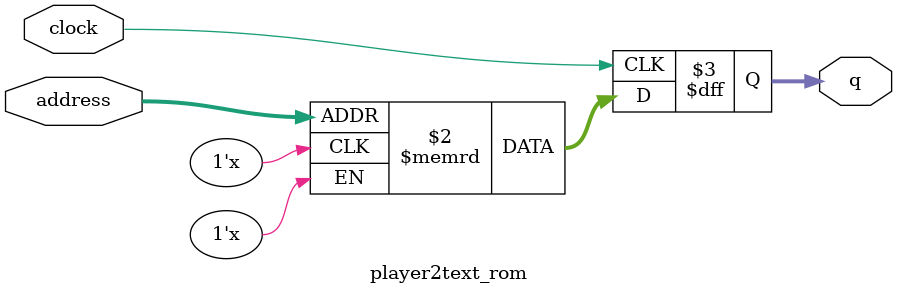
<source format=sv>
module player2text_rom (
	input logic clock,
	input logic [11:0] address,
	output logic [3:0] q
);

logic [3:0] memory [0:2815] /* synthesis ram_init_file = "./player2text/player2text.mif" */;

always_ff @ (posedge clock) begin
	q <= memory[address];
end

endmodule

</source>
